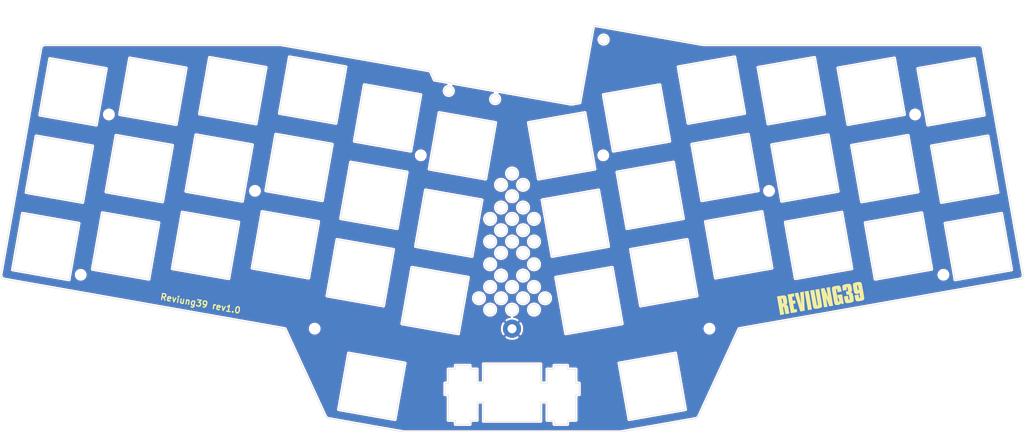
<source format=kicad_pcb>
(kicad_pcb (version 20171130) (host pcbnew "(5.1.2)-1")
  (title_block (title "reviung39 top plate") (date 2019-07-23) (rev rev1.0))
  (layers (0 F.Cu signal) (31 B.Cu signal) (34 B.Paste user) (35 F.Paste user) (36 B.SilkS user) (37 F.SilkS user) (38 B.Mask user) (39 F.Mask user) (44 Edge.Cuts user))
  (net 0 "")
  (net 1 GND)
  (module _reviung-kbd:REVIUNG39-FS-logo (layer F.Cu) (at 219.57 122.27 10)
    (fp_text reference G*** hide)
    (fp_text value LOGO hide)
  )
  (module MountingHole:MountingHole_2.2mm_M2 (layer F.Cu) (at 249.3 116.57)
    (fp_text reference REF** hide)
    (fp_text value MountingHole_2.2mm_M2 hide)
    (pad 1 np_thru_hole circle (at 0 0) (size 2.2 2.2) (drill 2.2) (layers *.Cu *.Mask))
  )
  (module MountingHole:MountingHole_2.2mm_M2 (layer F.Cu) (at 242.44 77.7)
    (fp_text reference REF** hide)
    (fp_text value MountingHole_2.2mm_M2 hide)
    (pad 1 np_thru_hole circle (at 0 0) (size 2.2 2.2) (drill 2.2) (layers *.Cu *.Mask))
  )
  (module MountingHole:MountingHole_2.2mm_M2 (layer F.Cu) (at 207.02 96.23)
    (fp_text reference REF** hide)
    (fp_text value MountingHole_2.2mm_M2 hide)
    (pad 1 np_thru_hole circle (at 0 0) (size 2.2 2.2) (drill 2.2) (layers *.Cu *.Mask))
  )
  (module MountingHole:MountingHole_2.2mm_M2 (layer F.Cu) (at 192.57 129.63)
    (fp_text reference REF** hide)
    (fp_text value MountingHole_2.2mm_M2 hide)
    (pad 1 np_thru_hole circle (at 0 0) (size 2.2 2.2) (drill 2.2) (layers *.Cu *.Mask))
  )
  (module MountingHole:MountingHole_2.2mm_M2 (layer F.Cu) (at 166.82 87.61)
    (fp_text reference REF** hide)
    (fp_text value MountingHole_2.2mm_M2 hide)
    (pad 1 np_thru_hole circle (at 0 0) (size 2.2 2.2) (drill 2.2) (layers *.Cu *.Mask))
  )
  (module MountingHole:MountingHole_2.2mm_M2 (layer F.Cu) (at 122.59 87.6)
    (fp_text reference REF** hide)
    (fp_text value MountingHole_2.2mm_M2 hide)
    (pad 1 np_thru_hole circle (at 0 0) (size 2.2 2.2) (drill 2.2) (layers *.Cu *.Mask))
  )
  (module MountingHole:MountingHole_2.2mm_M2 (layer F.Cu) (at 96.85 129.63)
    (fp_text reference REF** hide)
    (fp_text value MountingHole_2.2mm_M2 hide)
    (pad 1 np_thru_hole circle (at 0 0) (size 2.2 2.2) (drill 2.2) (layers *.Cu *.Mask))
  )
  (module MountingHole:MountingHole_2.2mm_M2 (layer F.Cu) (at 82.38 96.22)
    (fp_text reference REF** hide)
    (fp_text value MountingHole_2.2mm_M2 hide)
    (pad 1 np_thru_hole circle (at 0 0) (size 2.2 2.2) (drill 2.2) (layers *.Cu *.Mask))
  )
  (module MountingHole:MountingHole_2.2mm_M2 (layer F.Cu) (at 40.12 116.57)
    (fp_text reference REF** hide)
    (fp_text value MountingHole_2.2mm_M2 hide)
    (pad 1 np_thru_hole circle (at 0 0) (size 2.2 2.2) (drill 2.2) (layers *.Cu *.Mask))
  )
  (module MountingHole:MountingHole_2.2mm_M2 (layer F.Cu) (at 46.96 77.7)
    (fp_text reference REF** hide)
    (fp_text value MountingHole_2.2mm_M2 hide)
    (pad 1 np_thru_hole circle (at 0 0) (size 2.2 2.2) (drill 2.2) (layers *.Cu *.Mask))
  )
  (module MountingHole:MountingHole_2.2mm_M2_Pad (layer F.Cu) (at 144.7 129.65)
    (fp_text reference H1 hide)
    (fp_text value MountingHole_Pad hide)
    (pad 1 thru_hole circle (at 0 0) (size 4.4 4.4) (drill 2.2) (layers *.Cu *.Mask) (net 1 GND))
  )
  (gr_text "Reviung39 rev1.0" (at 59.3 121.82 -10) (layer F.SilkS) (effects (font (size 1.5 1.5) (thickness 0.3)) (justify left)))
  (gr_curve (pts (xy 257.96316 60.76363) (xy 257.96316 60.76363) (xy 191.064423 60.76335) (xy 191.064423 60.76335)) (layer Edge.Cuts) (width 0.1))
  (gr_curve (pts (xy 168.010338 59.537318) (xy 168.010338 60.144831) (xy 167.517851 60.637318) (xy 166.910338 60.637318)) (layer Edge.Cuts) (width 0.1))
  (gr_curve (pts (xy 140.611469 72.882118) (xy 141.218982 72.882118) (xy 141.711469 73.374605) (xy 141.711469 73.982118)) (layer Edge.Cuts) (width 0.1))
  (gr_line (start 160.186234 142.839697) (end 160.186234 139.430659) (layer Edge.Cuts) (width 0.1))
  (gr_line (start 160.186234 145.621998) (end 161.005709 145.621998) (layer Edge.Cuts) (width 0.1))
  (gr_curve (pts (xy 268.647047 116.645533) (xy 268.647047 116.591424) (xy 268.634214 116.483269) (xy 268.634214 116.483269)) (layer Edge.Cuts) (width 0.1))
  (gr_curve (pts (xy 30.460294 61.620038) (xy 30.460294 61.620038) (xy 20.787736 116.477219) (xy 20.787736 116.477219)) (layer Edge.Cuts) (width 0.1))
  (gr_curve (pts (xy 189.973383 150.846224) (xy 189.973383 150.846224) (xy 199.752609 129.632876) (xy 199.752609 129.632876)) (layer Edge.Cuts) (width 0.1))
  (gr_line (start 151.666437 138.171069) (end 137.75989 138.171069) (layer Edge.Cuts) (width 0.1))
  (gr_curve (pts (xy 267.815574 117.631412) (xy 268.288671 117.552196) (xy 268.647047 117.141132) (xy 268.647047 116.645533)) (layer Edge.Cuts) (width 0.1))
  (gr_curve (pts (xy 189.228273 151.435249) (xy 189.563998 151.377027) (xy 189.841608 151.150167) (xy 189.973383 150.846224)) (layer Edge.Cuts) (width 0.1))
  (gr_curve (pts (xy 88.678726 60.76546) (xy 88.678726 60.76546) (xy 88.669144 60.763049) (xy 88.669144 60.763049)) (layer Edge.Cuts) (width 0.1))
  (gr_line (start 161.005709 142.839697) (end 160.186234 142.839697) (layer Edge.Cuts) (width 0.1))
  (gr_curve (pts (xy 199.752609 129.632876) (xy 199.752609 129.632876) (xy 267.815574 117.631412) (xy 267.815574 117.631412)) (layer Edge.Cuts) (width 0.1))
  (gr_line (start 153.181282 151.849152) (end 154.894743 151.849152) (layer Edge.Cuts) (width 0.1))
  (gr_line (start 161.005709 145.621998) (end 161.005709 142.839697) (layer Edge.Cuts) (width 0.1))
  (gr_curve (pts (xy 191.063605 60.763931) (xy 191.063605 60.763931) (xy 164.490076 56.078128) (xy 164.490076 56.078128)) (layer Edge.Cuts) (width 0.1))
  (gr_curve (pts (xy 130.465528 71.982118) (xy 130.465528 72.589631) (xy 129.973041 73.082118) (xy 129.365528 73.082118)) (layer Edge.Cuts) (width 0.1))
  (gr_line (start 158.172733 152.823603) (end 158.172733 151.849152) (layer Edge.Cuts) (width 0.1))
  (gr_line (start 154.894743 151.849152) (end 154.894743 152.823603) (layer Edge.Cuts) (width 0.1))
  (gr_curve (pts (xy 100.178325 151.432471) (xy 100.178325 151.432471) (xy 118.436233 154.652624) (xy 118.436233 154.652624)) (layer Edge.Cuts) (width 0.1))
  (gr_curve (pts (xy 20.787736 116.477219) (xy 20.787736 116.477219) (xy 20.774322 116.5908) (xy 20.774322 116.647536)) (layer Edge.Cuts) (width 0.1))
  (gr_curve (pts (xy 170.984146 154.652624) (xy 170.984146 154.652624) (xy 189.228273 151.435249) (xy 189.228273 151.435249)) (layer Edge.Cuts) (width 0.1))
  (gr_line (start 158.172733 139.430659) (end 158.172733 138.517793) (layer Edge.Cuts) (width 0.1))
  (gr_curve (pts (xy 118.436233 154.652624) (xy 118.436233 154.652624) (xy 170.984146 154.652624) (xy 170.984146 154.652624)) (layer Edge.Cuts) (width 0.1))
  (gr_line (start 158.172733 138.517793) (end 154.894743 138.517793) (layer Edge.Cuts) (width 0.1))
  (gr_curve (pts (xy 139.511469 73.982118) (xy 139.511469 73.374605) (xy 140.003956 72.882118) (xy 140.611469 72.882118)) (layer Edge.Cuts) (width 0.1))
  (gr_line (start 160.186234 139.430659) (end 158.172733 139.430659) (layer Edge.Cuts) (width 0.1))
  (gr_curve (pts (xy 21.604784 117.630443) (xy 21.604784 117.630443) (xy 21.605559 117.631541) (xy 21.605559 117.631541)) (layer Edge.Cuts) (width 0.1))
  (gr_curve (pts (xy 124.8791 67.148576) (xy 124.8791 67.148576) (xy 88.678726 60.76546) (xy 88.678726 60.76546)) (layer Edge.Cuts) (width 0.1))
  (gr_line (start 154.894743 138.517793) (end 154.894743 139.430659) (layer Edge.Cuts) (width 0.1))
  (gr_curve (pts (xy 128.265528 71.982118) (xy 128.265528 71.374605) (xy 128.758014 70.882118) (xy 129.365528 70.882118)) (layer Edge.Cuts) (width 0.1))
  (gr_line (start 153.181282 139.430659) (end 153.181282 142.839697) (layer Edge.Cuts) (width 0.1))
  (gr_curve (pts (xy 99.461207 150.87906) (xy 99.59576 151.164938) (xy 99.858793 151.372591) (xy 100.178325 151.432471)) (layer Edge.Cuts) (width 0.1))
  (gr_curve (pts (xy 89.668308 129.633845) (xy 89.668308 129.633845) (xy 99.461207 150.87906) (xy 99.461207 150.87906)) (layer Edge.Cuts) (width 0.1))
  (gr_curve (pts (xy 191.064423 60.76335) (xy 191.064423 60.76335) (xy 191.063605 60.763931) (xy 191.063605 60.763931)) (layer Edge.Cuts) (width 0.1))
  (gr_curve (pts (xy 20.774322 116.647536) (xy 20.774322 117.141756) (xy 21.133624 117.54957) (xy 21.604784 117.630443)) (layer Edge.Cuts) (width 0.1))
  (gr_curve (pts (xy 88.669144 60.763049) (xy 88.669144 60.763049) (xy 31.447292 60.76307) (xy 31.447292 60.76307)) (layer Edge.Cuts) (width 0.1))
  (gr_curve (pts (xy 166.910338 58.437318) (xy 167.517851 58.437318) (xy 168.010338 58.929805) (xy 168.010338 59.537318)) (layer Edge.Cuts) (width 0.1))
  (gr_curve (pts (xy 125.857098 69.342844) (xy 125.857098 69.342844) (xy 124.8791 67.148576) (xy 124.8791 67.148576)) (layer Edge.Cuts) (width 0.1))
  (gr_curve (pts (xy 258.956446 61.594307) (xy 258.878156 61.12009) (xy 258.459534 60.76363) (xy 257.96316 60.76363)) (layer Edge.Cuts) (width 0.1))
  (gr_curve (pts (xy 140.611469 75.082118) (xy 140.003956 75.082118) (xy 139.511469 74.589631) (xy 139.511469 73.982118)) (layer Edge.Cuts) (width 0.1))
  (gr_curve (pts (xy 21.605559 117.631541) (xy 21.605559 117.631541) (xy 89.668308 129.633845) (xy 89.668308 129.633845)) (layer Edge.Cuts) (width 0.1))
  (gr_curve (pts (xy 159.116093 75.21348) (xy 159.116093 75.21348) (xy 125.857098 69.342844) (xy 125.857098 69.342844)) (layer Edge.Cuts) (width 0.1))
  (gr_curve (pts (xy 161.150982 74.854673) (xy 161.150982 74.854673) (xy 159.116093 75.21348) (xy 159.116093 75.21348)) (layer Edge.Cuts) (width 0.1))
  (gr_curve (pts (xy 164.490076 56.078128) (xy 164.490076 56.078128) (xy 161.150982 74.854673) (xy 161.150982 74.854673)) (layer Edge.Cuts) (width 0.1))
  (gr_line (start 158.172733 151.849152) (end 160.186234 151.849152) (layer Edge.Cuts) (width 0.1))
  (gr_line (start 153.181282 147.409984) (end 153.181282 151.849152) (layer Edge.Cuts) (width 0.1))
  (gr_line (start 154.894743 152.823603) (end 158.172733 152.823603) (layer Edge.Cuts) (width 0.1))
  (gr_curve (pts (xy 268.634214 116.483269) (xy 268.634214 116.483269) (xy 258.956446 61.594307) (xy 258.956446 61.594307)) (layer Edge.Cuts) (width 0.1))
  (gr_curve (pts (xy 129.365528 73.082118) (xy 128.758014 73.082118) (xy 128.265528 72.589631) (xy 128.265528 71.982118)) (layer Edge.Cuts) (width 0.1))
  (gr_line (start 153.181282 142.839697) (end 151.666437 142.839697) (layer Edge.Cuts) (width 0.1))
  (gr_curve (pts (xy 165.810338 59.537318) (xy 165.810338 58.929805) (xy 166.302824 58.437318) (xy 166.910338 58.437318)) (layer Edge.Cuts) (width 0.1))
  (gr_curve (pts (xy 166.910338 60.637318) (xy 166.302824 60.637318) (xy 165.810338 60.144831) (xy 165.810338 59.537318)) (layer Edge.Cuts) (width 0.1))
  (gr_curve (pts (xy 141.711469 73.982118) (xy 141.711469 74.589631) (xy 141.218982 75.082118) (xy 140.611469 75.082118)) (layer Edge.Cuts) (width 0.1))
  (gr_curve (pts (xy 129.365528 70.882118) (xy 129.973041 70.882118) (xy 130.465528 71.374605) (xy 130.465528 71.982118)) (layer Edge.Cuts) (width 0.1))
  (gr_line (start 151.666437 147.409984) (end 153.181282 147.409984) (layer Edge.Cuts) (width 0.1))
  (gr_line (start 154.894743 139.430659) (end 153.181282 139.430659) (layer Edge.Cuts) (width 0.1))
  (gr_line (start 137.75989 152.078609) (end 151.666437 152.078609) (layer Edge.Cuts) (width 0.1))
  (gr_line (start 160.186234 151.849152) (end 160.186234 145.621998) (layer Edge.Cuts) (width 0.1))
  (gr_line (start 151.666437 142.839697) (end 151.666437 138.171069) (layer Edge.Cuts) (width 0.1))
  (gr_line (start 151.666437 152.078609) (end 151.666437 147.409984) (layer Edge.Cuts) (width 0.1))
  (gr_curve (pts (xy 31.447292 60.76307) (xy 30.943533 60.76307) (xy 30.529648 61.135464) (xy 30.460294 61.620038)) (layer Edge.Cuts) (width 0.1))
  (gr_line (start 172.565418 105.352743) (end 186.254246 102.939038) (layer Edge.Cuts) (width 0.1))
  (gr_line (start 201.993746 82.49643) (end 188.304918 84.910135) (layer Edge.Cuts) (width 0.1))
  (gr_line (start 198.685755 63.735841) (end 184.996927 66.149546) (layer Edge.Cuts) (width 0.1))
  (gr_line (start 205.301738 101.257019) (end 191.612909 103.670724) (layer Edge.Cuts) (width 0.1))
  (gr_line (start 190.718623 98.598964) (end 204.407451 96.185259) (layer Edge.Cuts) (width 0.1))
  (gr_line (start 186.758985 149.248421) (end 173.070159 151.662141) (layer Edge.Cuts) (width 0.1))
  (gr_line (start 162.379729 77.24444) (end 148.6909 79.658144) (layer Edge.Cuts) (width 0.1))
  (gr_line (start 201.09946 77.42467) (end 198.685755 63.735841) (layer Edge.Cuts) (width 0.1))
  (gr_line (start 148.6909 79.658144) (end 151.104605 93.346973) (layer Edge.Cuts) (width 0.1))
  (gr_line (start 187.148533 108.010799) (end 173.459704 110.424504) (layer Edge.Cuts) (width 0.1))
  (gr_line (start 180.53255 70.489621) (end 166.843721 72.903326) (layer Edge.Cuts) (width 0.1))
  (gr_line (start 183.840541 89.25021) (end 170.151713 91.663915) (layer Edge.Cuts) (width 0.1))
  (gr_line (start 137.75989 147.409984) (end 137.75989 152.078609) (layer Edge.Cuts) (width 0.1))
  (gr_line (start 134.531584 152.823603) (end 134.531584 151.849152) (layer Edge.Cuts) (width 0.1))
  (gr_line (start 130.952953 152.823603) (end 134.531584 152.823603) (layer Edge.Cuts) (width 0.1))
  (gr_line (start 184.345265 135.559595) (end 186.758985 149.248421) (layer Edge.Cuts) (width 0.1))
  (gr_line (start 171.409416 128.454446) (end 168.995711 114.765617) (layer Edge.Cuts) (width 0.1))
  (gr_line (start 182.946255 84.17845) (end 180.53255 70.489621) (layer Edge.Cuts) (width 0.1))
  (gr_line (start 128.419987 145.621998) (end 129.239462 145.621998) (layer Edge.Cuts) (width 0.1))
  (gr_line (start 136.245076 142.839697) (end 136.245076 139.430659) (layer Edge.Cuts) (width 0.1))
  (gr_line (start 194.026614 117.359553) (end 207.715443 114.945848) (layer Edge.Cuts) (width 0.1))
  (gr_line (start 137.75989 142.839697) (end 136.245076 142.839697) (layer Edge.Cuts) (width 0.1))
  (gr_line (start 134.531584 139.430659) (end 134.531584 138.517793) (layer Edge.Cuts) (width 0.1))
  (gr_line (start 164.793433 90.933268) (end 162.379729 77.24444) (layer Edge.Cuts) (width 0.1))
  (gr_line (start 137.75989 138.171069) (end 137.75989 142.839697) (layer Edge.Cuts) (width 0.1))
  (gr_line (start 151.998891 98.418733) (end 154.412596 112.107562) (layer Edge.Cuts) (width 0.1))
  (gr_line (start 157.720587 130.868151) (end 171.409416 128.454446) (layer Edge.Cuts) (width 0.1))
  (gr_line (start 168.101425 109.693857) (end 165.68772 96.005028) (layer Edge.Cuts) (width 0.1))
  (gr_line (start 170.151713 91.663915) (end 172.565418 105.352743) (layer Edge.Cuts) (width 0.1))
  (gr_line (start 129.239462 151.849152) (end 130.952953 151.849152) (layer Edge.Cuts) (width 0.1))
  (gr_line (start 129.239462 142.839697) (end 128.419987 142.839697) (layer Edge.Cuts) (width 0.1))
  (gr_line (start 129.239462 139.430659) (end 129.239462 142.839697) (layer Edge.Cuts) (width 0.1))
  (gr_line (start 130.952953 139.430659) (end 129.239462 139.430659) (layer Edge.Cuts) (width 0.1))
  (gr_line (start 204.407451 96.185259) (end 201.993746 82.49643) (layer Edge.Cuts) (width 0.1))
  (gr_line (start 130.952953 138.517793) (end 130.952953 139.430659) (layer Edge.Cuts) (width 0.1))
  (gr_line (start 105.070159 135.559595) (end 102.656439 149.248421) (layer Edge.Cuts) (width 0.1))
  (gr_line (start 168.995711 114.765617) (end 155.306883 117.179322) (layer Edge.Cuts) (width 0.1))
  (gr_line (start 154.412596 112.107562) (end 168.101425 109.693857) (layer Edge.Cuts) (width 0.1))
  (gr_line (start 166.843721 72.903326) (end 169.257426 86.592154) (layer Edge.Cuts) (width 0.1))
  (gr_line (start 188.304918 84.910135) (end 190.718623 98.598964) (layer Edge.Cuts) (width 0.1))
  (gr_line (start 151.104605 93.346973) (end 164.793433 90.933268) (layer Edge.Cuts) (width 0.1))
  (gr_line (start 155.306883 117.179322) (end 157.720587 130.868151) (layer Edge.Cuts) (width 0.1))
  (gr_line (start 173.459704 110.424504) (end 175.873409 124.113332) (layer Edge.Cuts) (width 0.1))
  (gr_line (start 134.531584 138.517793) (end 130.952953 138.517793) (layer Edge.Cuts) (width 0.1))
  (gr_line (start 207.715443 114.945848) (end 205.301738 101.257019) (layer Edge.Cuts) (width 0.1))
  (gr_line (start 118.758985 137.973315) (end 105.070159 135.559595) (layer Edge.Cuts) (width 0.1))
  (gr_line (start 136.245076 147.409984) (end 137.75989 147.409984) (layer Edge.Cuts) (width 0.1))
  (gr_line (start 134.531584 151.849152) (end 136.245076 151.849152) (layer Edge.Cuts) (width 0.1))
  (gr_line (start 130.952953 151.849152) (end 130.952953 152.823603) (layer Edge.Cuts) (width 0.1))
  (gr_line (start 184.996927 66.149546) (end 187.410631 79.838375) (layer Edge.Cuts) (width 0.1))
  (gr_line (start 186.254246 102.939038) (end 183.840541 89.25021) (layer Edge.Cuts) (width 0.1))
  (gr_line (start 173.070159 151.662141) (end 170.656439 137.973315) (layer Edge.Cuts) (width 0.1))
  (gr_line (start 102.656439 149.248421) (end 116.345265 151.662141) (layer Edge.Cuts) (width 0.1))
  (gr_line (start 175.873409 124.113332) (end 189.562237 121.699627) (layer Edge.Cuts) (width 0.1))
  (gr_line (start 191.612909 103.670724) (end 194.026614 117.359553) (layer Edge.Cuts) (width 0.1))
  (gr_line (start 129.239462 145.621998) (end 129.239462 151.849152) (layer Edge.Cuts) (width 0.1))
  (gr_line (start 169.257426 86.592154) (end 182.946255 84.17845) (layer Edge.Cuts) (width 0.1))
  (gr_line (start 136.245076 151.849152) (end 136.245076 147.409984) (layer Edge.Cuts) (width 0.1))
  (gr_line (start 128.419987 142.839697) (end 128.419987 145.621998) (layer Edge.Cuts) (width 0.1))
  (gr_line (start 136.245076 139.430659) (end 134.531584 139.430659) (layer Edge.Cuts) (width 0.1))
  (gr_line (start 165.68772 96.005028) (end 151.998891 98.418733) (layer Edge.Cuts) (width 0.1))
  (gr_line (start 170.656439 137.973315) (end 184.345265 135.559595) (layer Edge.Cuts) (width 0.1))
  (gr_line (start 116.345265 151.662141) (end 118.758985 137.973315) (layer Edge.Cuts) (width 0.1))
  (gr_line (start 189.562237 121.699627) (end 187.148533 108.010799) (layer Edge.Cuts) (width 0.1))
  (gr_line (start 122.572095 72.90338) (end 120.158385 86.592207) (layer Edge.Cuts) (width 0.1))
  (gr_line (start 131.695209 130.868208) (end 118.006381 128.454498) (layer Edge.Cuts) (width 0.1))
  (gr_line (start 220.467433 77.562467) (end 218.053728 63.873638) (layer Edge.Cuts) (width 0.1))
  (gr_line (start 226.14696 80.115008) (end 239.835789 77.701303) (layer Edge.Cuts) (width 0.1))
  (gr_line (start 239.835789 77.701303) (end 237.422084 64.012474) (layer Edge.Cuts) (width 0.1))
  (gr_line (start 252.131299 117.775022) (end 265.820128 115.361317) (layer Edge.Cuts) (width 0.1))
  (gr_line (start 113.54239 124.113383) (end 99.853562 121.699673) (layer Edge.Cuts) (width 0.1))
  (gr_line (start 262.512136 96.600728) (end 260.098431 82.911899) (layer Edge.Cuts) (width 0.1))
  (gr_line (start 246.409603 85.325604) (end 248.823308 99.014433) (layer Edge.Cuts) (width 0.1))
  (gr_line (start 256.79044 64.15131) (end 243.101612 66.565015) (layer Edge.Cuts) (width 0.1))
  (gr_line (start 260.098431 82.911899) (end 246.409603 85.325604) (layer Edge.Cuts) (width 0.1))
  (gr_line (start 105.575269 89.250258) (end 119.264097 91.663967) (layer Edge.Cuts) (width 0.1))
  (gr_line (start 207.67289 85.047932) (end 210.086595 98.736761) (layer Edge.Cuts) (width 0.1))
  (gr_line (start 245.515316 80.253844) (end 259.204145 77.840139) (layer Edge.Cuts) (width 0.1))
  (gr_line (start 118.006381 128.454498) (end 120.420091 114.76567) (layer Edge.Cuts) (width 0.1))
  (gr_line (start 99.853562 121.699673) (end 102.267271 108.010845) (layer Edge.Cuts) (width 0.1))
  (gr_line (start 204.364899 66.287343) (end 206.778604 79.976172) (layer Edge.Cuts) (width 0.1))
  (gr_line (start 97.800888 103.668649) (end 95.387179 117.357477) (layer Edge.Cuts) (width 0.1))
  (gr_line (start 243.101612 66.565015) (end 245.515316 80.253844) (layer Edge.Cuts) (width 0.1))
  (gr_line (start 120.420091 114.76567) (end 134.108918 117.17938) (layer Edge.Cuts) (width 0.1))
  (gr_line (start 138.311204 93.347032) (end 124.622376 90.933323) (layer Edge.Cuts) (width 0.1))
  (gr_line (start 115.956099 110.424555) (end 113.54239 124.113383) (layer Edge.Cuts) (width 0.1))
  (gr_line (start 248.823308 99.014433) (end 262.512136 96.600728) (layer Edge.Cuts) (width 0.1))
  (gr_line (start 206.778604 79.976172) (end 220.467433 77.562467) (layer Edge.Cuts) (width 0.1))
  (gr_line (start 127.036086 77.244495) (end 140.724914 79.658204) (layer Edge.Cuts) (width 0.1))
  (gr_line (start 81.698351 114.943767) (end 84.112061 101.254939) (layer Edge.Cuts) (width 0.1))
  (gr_line (start 102.267271 108.010845) (end 115.956099 110.424555) (layer Edge.Cuts) (width 0.1))
  (gr_line (start 221.361719 82.634227) (end 207.67289 85.047932) (layer Edge.Cuts) (width 0.1))
  (gr_line (start 84.112061 101.254939) (end 97.800888 103.668649) (layer Edge.Cuts) (width 0.1))
  (gr_line (start 230.349238 103.947357) (end 232.762943 117.636186) (layer Edge.Cuts) (width 0.1))
  (gr_line (start 244.038066 101.533652) (end 230.349238 103.947357) (layer Edge.Cuts) (width 0.1))
  (gr_line (start 246.451771 115.222481) (end 244.038066 101.533652) (layer Edge.Cuts) (width 0.1))
  (gr_line (start 227.041247 85.186768) (end 229.454952 98.875597) (layer Edge.Cuts) (width 0.1))
  (gr_line (start 240.730075 82.773063) (end 227.041247 85.186768) (layer Edge.Cuts) (width 0.1))
  (gr_line (start 259.204145 77.840139) (end 256.79044 64.15131) (layer Edge.Cuts) (width 0.1))
  (gr_line (start 121.314379 109.69391) (end 123.728088 96.005082) (layer Edge.Cuts) (width 0.1))
  (gr_line (start 249.717594 104.086193) (end 252.131299 117.775022) (layer Edge.Cuts) (width 0.1))
  (gr_line (start 123.728088 96.005082) (end 137.416916 98.418792) (layer Edge.Cuts) (width 0.1))
  (gr_line (start 103.16156 102.939085) (end 105.575269 89.250258) (layer Edge.Cuts) (width 0.1))
  (gr_line (start 120.158385 86.592207) (end 106.469557 84.178498) (layer Edge.Cuts) (width 0.1))
  (gr_line (start 229.454952 98.875597) (end 243.14378 96.461892) (layer Edge.Cuts) (width 0.1))
  (gr_line (start 106.469557 84.178498) (end 108.883267 70.48967) (layer Edge.Cuts) (width 0.1))
  (gr_line (start 137.416916 98.418792) (end 135.003206 112.10762) (layer Edge.Cuts) (width 0.1))
  (gr_line (start 140.724914 79.658204) (end 138.311204 93.347032) (layer Edge.Cuts) (width 0.1))
  (gr_line (start 135.003206 112.10762) (end 121.314379 109.69391) (layer Edge.Cuts) (width 0.1))
  (gr_line (start 116.850387 105.352795) (end 103.16156 102.939085) (layer Edge.Cuts) (width 0.1))
  (gr_line (start 187.410631 79.838375) (end 201.09946 77.42467) (layer Edge.Cuts) (width 0.1))
  (gr_line (start 134.108918 117.17938) (end 131.695209 130.868208) (layer Edge.Cuts) (width 0.1))
  (gr_line (start 210.980882 103.808521) (end 213.394587 117.49735) (layer Edge.Cuts) (width 0.1))
  (gr_line (start 224.66971 101.394816) (end 210.980882 103.808521) (layer Edge.Cuts) (width 0.1))
  (gr_line (start 223.733255 66.426179) (end 226.14696 80.115008) (layer Edge.Cuts) (width 0.1))
  (gr_line (start 119.264097 91.663967) (end 116.850387 105.352795) (layer Edge.Cuts) (width 0.1))
  (gr_line (start 108.883267 70.48967) (end 122.572095 72.90338) (layer Edge.Cuts) (width 0.1))
  (gr_line (start 227.083415 115.083645) (end 224.66971 101.394816) (layer Edge.Cuts) (width 0.1))
  (gr_line (start 263.406423 101.672488) (end 249.717594 104.086193) (layer Edge.Cuts) (width 0.1))
  (gr_line (start 213.394587 117.49735) (end 227.083415 115.083645) (layer Edge.Cuts) (width 0.1))
  (gr_line (start 223.775424 96.323056) (end 221.361719 82.634227) (layer Edge.Cuts) (width 0.1))
  (gr_line (start 232.762943 117.636186) (end 246.451771 115.222481) (layer Edge.Cuts) (width 0.1))
  (gr_line (start 237.422084 64.012474) (end 223.733255 66.426179) (layer Edge.Cuts) (width 0.1))
  (gr_line (start 243.14378 96.461892) (end 240.730075 82.773063) (layer Edge.Cuts) (width 0.1))
  (gr_line (start 265.820128 115.361317) (end 263.406423 101.672488) (layer Edge.Cuts) (width 0.1))
  (gr_line (start 210.086595 98.736761) (end 223.775424 96.323056) (layer Edge.Cuts) (width 0.1))
  (gr_line (start 218.053728 63.873638) (end 204.364899 66.287343) (layer Edge.Cuts) (width 0.1))
  (gr_line (start 124.622376 90.933323) (end 127.036086 77.244495) (layer Edge.Cuts) (width 0.1))
  (gr_curve (pts (xy 148.701502 103.01603) (xy 148.701502 102.282173) (xy 149.296411 101.687264) (xy 150.030267 101.687264)) (layer Edge.Cuts) (width 0.1))
  (gr_curve (pts (xy 150.030267 104.344795) (xy 149.296411 104.344795) (xy 148.701502 103.749886) (xy 148.701502 103.01603)) (layer Edge.Cuts) (width 0.1))
  (gr_curve (pts (xy 143.385316 92.014296) (xy 143.385316 91.280439) (xy 143.980224 90.685531) (xy 144.714081 90.685531)) (layer Edge.Cuts) (width 0.1))
  (gr_curve (pts (xy 144.714081 90.685531) (xy 145.447938 90.685531) (xy 146.042846 91.280439) (xy 146.042846 92.014296)) (layer Edge.Cuts) (width 0.1))
  (gr_curve (pts (xy 143.385316 108.516896) (xy 143.385316 107.783039) (xy 143.980224 107.188131) (xy 144.714081 107.188131)) (layer Edge.Cuts) (width 0.1))
  (gr_curve (pts (xy 146.042846 119.51863) (xy 146.042846 120.252487) (xy 145.447938 120.847395) (xy 144.714081 120.847395)) (layer Edge.Cuts) (width 0.1))
  (gr_curve (pts (xy 144.714081 118.189864) (xy 145.447938 118.189864) (xy 146.042846 118.784773) (xy 146.042846 119.51863)) (layer Edge.Cuts) (width 0.1))
  (gr_curve (pts (xy 146.042846 125.019496) (xy 146.042846 125.753353) (xy 145.447938 126.348262) (xy 144.714081 126.348262)) (layer Edge.Cuts) (width 0.1))
  (gr_curve (pts (xy 143.385316 125.019496) (xy 143.385316 124.28564) (xy 143.980224 123.690731) (xy 144.714081 123.690731)) (layer Edge.Cuts) (width 0.1))
  (gr_curve (pts (xy 144.714081 101.687264) (xy 145.447938 101.687264) (xy 146.042846 102.282173) (xy 146.042846 103.01603)) (layer Edge.Cuts) (width 0.1))
  (gr_curve (pts (xy 138.066891 108.516896) (xy 138.066891 107.783039) (xy 138.6618 107.188131) (xy 139.395656 107.188131)) (layer Edge.Cuts) (width 0.1))
  (gr_curve (pts (xy 143.385316 119.51863) (xy 143.385316 118.784773) (xy 143.980224 118.189864) (xy 144.714081 118.189864)) (layer Edge.Cuts) (width 0.1))
  (gr_curve (pts (xy 139.395656 109.845662) (xy 138.6618 109.845662) (xy 138.066891 109.250753) (xy 138.066891 108.516896)) (layer Edge.Cuts) (width 0.1))
  (gr_curve (pts (xy 144.714081 104.344795) (xy 143.980224 104.344795) (xy 143.385316 103.749886) (xy 143.385316 103.01603)) (layer Edge.Cuts) (width 0.1))
  (gr_curve (pts (xy 150.030267 120.847395) (xy 149.296411 120.847395) (xy 148.701502 120.252487) (xy 148.701502 119.51863)) (layer Edge.Cuts) (width 0.1))
  (gr_curve (pts (xy 150.030267 109.845662) (xy 149.296411 109.845662) (xy 148.701502 109.250753) (xy 148.701502 108.516896)) (layer Edge.Cuts) (width 0.1))
  (gr_curve (pts (xy 140.724422 108.516896) (xy 140.724422 109.250753) (xy 140.129513 109.845662) (xy 139.395656 109.845662)) (layer Edge.Cuts) (width 0.1))
  (gr_curve (pts (xy 139.395656 101.687264) (xy 140.129513 101.687264) (xy 140.724422 102.282173) (xy 140.724422 103.01603)) (layer Edge.Cuts) (width 0.1))
  (gr_curve (pts (xy 148.701502 114.017763) (xy 148.701502 113.283906) (xy 149.296411 112.688998) (xy 150.030267 112.688998)) (layer Edge.Cuts) (width 0.1))
  (gr_curve (pts (xy 144.714081 93.343061) (xy 143.980224 93.343061) (xy 143.385316 92.748153) (xy 143.385316 92.014296)) (layer Edge.Cuts) (width 0.1))
  (gr_curve (pts (xy 144.714081 120.847395) (xy 143.980224 120.847395) (xy 143.385316 120.252487) (xy 143.385316 119.51863)) (layer Edge.Cuts) (width 0.1))
  (gr_curve (pts (xy 144.714081 109.845662) (xy 143.980224 109.845662) (xy 143.385316 109.250753) (xy 143.385316 108.516896)) (layer Edge.Cuts) (width 0.1))
  (gr_curve (pts (xy 138.066891 103.01603) (xy 138.066891 102.282173) (xy 138.6618 101.687264) (xy 139.395656 101.687264)) (layer Edge.Cuts) (width 0.1))
  (gr_curve (pts (xy 144.714081 126.348262) (xy 143.980224 126.348262) (xy 143.385316 125.753353) (xy 143.385316 125.019496)) (layer Edge.Cuts) (width 0.1))
  (gr_curve (pts (xy 146.042846 108.516896) (xy 146.042846 109.250753) (xy 145.447938 109.845662) (xy 144.714081 109.845662)) (layer Edge.Cuts) (width 0.1))
  (gr_curve (pts (xy 140.724422 103.01603) (xy 140.724422 103.749886) (xy 140.129513 104.344795) (xy 139.395656 104.344795)) (layer Edge.Cuts) (width 0.1))
  (gr_curve (pts (xy 148.701502 125.019496) (xy 148.701502 124.28564) (xy 149.296411 123.690731) (xy 150.030267 123.690731)) (layer Edge.Cuts) (width 0.1))
  (gr_curve (pts (xy 150.030267 112.688998) (xy 150.764124 112.688998) (xy 151.359033 113.283906) (xy 151.359033 114.017763)) (layer Edge.Cuts) (width 0.1))
  (gr_curve (pts (xy 150.030267 115.346528) (xy 149.296411 115.346528) (xy 148.701502 114.75162) (xy 148.701502 114.017763)) (layer Edge.Cuts) (width 0.1))
  (gr_curve (pts (xy 144.714081 96.186397) (xy 145.447938 96.186397) (xy 146.042846 96.781306) (xy 146.042846 97.515163)) (layer Edge.Cuts) (width 0.1))
  (gr_curve (pts (xy 151.359033 103.01603) (xy 151.359033 103.749886) (xy 150.764124 104.344795) (xy 150.030267 104.344795)) (layer Edge.Cuts) (width 0.1))
  (gr_curve (pts (xy 148.701502 108.516896) (xy 148.701502 107.783039) (xy 149.296411 107.188131) (xy 150.030267 107.188131)) (layer Edge.Cuts) (width 0.1))
  (gr_curve (pts (xy 139.395656 104.344795) (xy 138.6618 104.344795) (xy 138.066891 103.749886) (xy 138.066891 103.01603)) (layer Edge.Cuts) (width 0.1))
  (gr_curve (pts (xy 150.030267 123.690731) (xy 150.764124 123.690731) (xy 151.359033 124.28564) (xy 151.359033 125.019496)) (layer Edge.Cuts) (width 0.1))
  (gr_curve (pts (xy 143.385316 97.515163) (xy 143.385316 96.781306) (xy 143.980224 96.186397) (xy 144.714081 96.186397)) (layer Edge.Cuts) (width 0.1))
  (gr_curve (pts (xy 143.385316 103.01603) (xy 143.385316 102.282173) (xy 143.980224 101.687264) (xy 144.714081 101.687264)) (layer Edge.Cuts) (width 0.1))
  (gr_curve (pts (xy 151.359033 119.51863) (xy 151.359033 120.252487) (xy 150.764124 120.847395) (xy 150.030267 120.847395)) (layer Edge.Cuts) (width 0.1))
  (gr_curve (pts (xy 146.042846 103.01603) (xy 146.042846 103.749886) (xy 145.447938 104.344795) (xy 144.714081 104.344795)) (layer Edge.Cuts) (width 0.1))
  (gr_curve (pts (xy 144.714081 98.843928) (xy 143.980224 98.843928) (xy 143.385316 98.24902) (xy 143.385316 97.515163)) (layer Edge.Cuts) (width 0.1))
  (gr_curve (pts (xy 150.030267 107.188131) (xy 150.764124 107.188131) (xy 151.359033 107.783039) (xy 151.359033 108.516896)) (layer Edge.Cuts) (width 0.1))
  (gr_curve (pts (xy 144.714081 123.690731) (xy 145.447938 123.690731) (xy 146.042846 124.28564) (xy 146.042846 125.019496)) (layer Edge.Cuts) (width 0.1))
  (gr_curve (pts (xy 150.030267 126.348262) (xy 149.296411 126.348262) (xy 148.701502 125.753353) (xy 148.701502 125.019496)) (layer Edge.Cuts) (width 0.1))
  (gr_curve (pts (xy 151.359033 125.019496) (xy 151.359033 125.753353) (xy 150.764124 126.348262) (xy 150.030267 126.348262)) (layer Edge.Cuts) (width 0.1))
  (gr_curve (pts (xy 148.701502 119.51863) (xy 148.701502 118.784773) (xy 149.296411 118.189864) (xy 150.030267 118.189864)) (layer Edge.Cuts) (width 0.1))
  (gr_curve (pts (xy 146.042846 92.014296) (xy 146.042846 92.748153) (xy 145.447938 93.343061) (xy 144.714081 93.343061)) (layer Edge.Cuts) (width 0.1))
  (gr_curve (pts (xy 144.714081 107.188131) (xy 145.447938 107.188131) (xy 146.042846 107.783039) (xy 146.042846 108.516896)) (layer Edge.Cuts) (width 0.1))
  (gr_curve (pts (xy 146.042846 97.515163) (xy 146.042846 98.24902) (xy 145.447938 98.843928) (xy 144.714081 98.843928)) (layer Edge.Cuts) (width 0.1))
  (gr_curve (pts (xy 150.030267 118.189864) (xy 150.764124 118.189864) (xy 151.359033 118.784773) (xy 151.359033 119.51863)) (layer Edge.Cuts) (width 0.1))
  (gr_curve (pts (xy 151.359033 114.017763) (xy 151.359033 114.75162) (xy 150.764124 115.346528) (xy 150.030267 115.346528)) (layer Edge.Cuts) (width 0.1))
  (gr_curve (pts (xy 151.359033 108.516896) (xy 151.359033 109.250753) (xy 150.764124 109.845662) (xy 150.030267 109.845662)) (layer Edge.Cuts) (width 0.1))
  (gr_curve (pts (xy 150.030267 101.687264) (xy 150.764124 101.687264) (xy 151.359033 102.282173) (xy 151.359033 103.01603)) (layer Edge.Cuts) (width 0.1))
  (gr_line (start 62.332386 115.083677) (end 64.746096 101.39485) (layer Edge.Cuts) (width 0.1))
  (gr_line (start 26.903672 96.600748) (end 29.317381 82.911921) (layer Edge.Cuts) (width 0.1))
  (gr_line (start 32.625379 64.151333) (end 46.314207 66.565043) (layer Edge.Cuts) (width 0.1))
  (gr_line (start 85.050919 66.287384) (end 82.63721 79.976212) (layer Edge.Cuts) (width 0.1))
  (gr_curve (pts (xy 135.363073 122.262102) (xy 135.363073 121.528245) (xy 135.957982 120.933336) (xy 136.691838 120.933336)) (layer Edge.Cuts) (width 0.1))
  (gr_line (start 45.37774 101.533679) (end 59.066568 103.947389) (layer Edge.Cuts) (width 0.1))
  (gr_line (start 26.009383 101.672508) (end 39.698211 104.086218) (layer Edge.Cuts) (width 0.1))
  (gr_line (start 46.314207 66.565043) (end 43.900497 80.25387) (layer Edge.Cuts) (width 0.1))
  (gr_line (start 30.211669 77.840161) (end 32.625379 64.151333) (layer Edge.Cuts) (width 0.1))
  (gr_line (start 68.054094 82.634262) (end 81.742922 85.047972) (layer Edge.Cuts) (width 0.1))
  (gr_line (start 39.698211 104.086218) (end 37.284502 117.775046) (layer Edge.Cuts) (width 0.1))
  (gr_curve (pts (xy 136.691838 123.590867) (xy 135.957982 123.590867) (xy 135.363073 122.995959) (xy 135.363073 122.262102)) (layer Edge.Cuts) (width 0.1))
  (gr_line (start 95.387179 117.357477) (end 81.698351 114.943767) (layer Edge.Cuts) (width 0.1))
  (gr_line (start 87.420059 82.494352) (end 101.108886 84.908061) (layer Edge.Cuts) (width 0.1))
  (gr_line (start 85.006349 96.183179) (end 87.420059 82.494352) (layer Edge.Cuts) (width 0.1))
  (gr_line (start 90.728056 63.733764) (end 104.416884 66.147474) (layer Edge.Cuts) (width 0.1))
  (gr_line (start 102.003174 79.836301) (end 88.314347 77.422592) (layer Edge.Cuts) (width 0.1))
  (gr_line (start 79.329212 98.736799) (end 65.640384 96.32309) (layer Edge.Cuts) (width 0.1))
  (gr_line (start 71.362092 63.873674) (end 85.050919 66.287384) (layer Edge.Cuts) (width 0.1))
  (gr_line (start 68.948382 77.562502) (end 71.362092 63.873674) (layer Edge.Cuts) (width 0.1))
  (gr_line (start 46.272028 96.461919) (end 48.685738 82.773091) (layer Edge.Cuts) (width 0.1))
  (gr_curve (pts (xy 142.04 93.428105) (xy 142.773857 93.428105) (xy 143.368766 94.023014) (xy 143.368766 94.756871)) (layer Edge.Cuts) (width 0.1))
  (gr_line (start 59.960856 98.875629) (end 46.272028 96.461919) (layer Edge.Cuts) (width 0.1))
  (gr_line (start 48.685738 82.773091) (end 62.374565 85.186801) (layer Edge.Cuts) (width 0.1))
  (gr_line (start 82.63721 79.976212) (end 68.948382 77.562502) (layer Edge.Cuts) (width 0.1))
  (gr_line (start 64.746096 101.39485) (end 78.434924 103.808559) (layer Edge.Cuts) (width 0.1))
  (gr_line (start 81.742922 85.047972) (end 79.329212 98.736799) (layer Edge.Cuts) (width 0.1))
  (gr_line (start 65.682563 66.426213) (end 63.268853 80.115041) (layer Edge.Cuts) (width 0.1))
  (gr_line (start 62.374565 85.186801) (end 59.960856 98.875629) (layer Edge.Cuts) (width 0.1))
  (gr_line (start 49.580026 77.701331) (end 51.993735 64.012504) (layer Edge.Cuts) (width 0.1))
  (gr_line (start 42.96403 115.222507) (end 45.37774 101.533679) (layer Edge.Cuts) (width 0.1))
  (gr_line (start 56.652858 117.636216) (end 42.96403 115.222507) (layer Edge.Cuts) (width 0.1))
  (gr_line (start 51.993735 64.012504) (end 65.682563 66.426213) (layer Edge.Cuts) (width 0.1))
  (gr_line (start 43.006209 85.32563) (end 40.592499 99.014458) (layer Edge.Cuts) (width 0.1))
  (gr_line (start 29.317381 82.911921) (end 43.006209 85.32563) (layer Edge.Cuts) (width 0.1))
  (gr_line (start 40.592499 99.014458) (end 26.903672 96.600748) (layer Edge.Cuts) (width 0.1))
  (gr_line (start 101.108886 84.908061) (end 98.695177 98.596889) (layer Edge.Cuts) (width 0.1))
  (gr_line (start 59.066568 103.947389) (end 56.652858 117.636216) (layer Edge.Cuts) (width 0.1))
  (gr_line (start 98.695177 98.596889) (end 85.006349 96.183179) (layer Edge.Cuts) (width 0.1))
  (gr_line (start 88.314347 77.422592) (end 90.728056 63.733764) (layer Edge.Cuts) (width 0.1))
  (gr_line (start 37.284502 117.775046) (end 23.595674 115.361336) (layer Edge.Cuts) (width 0.1))
  (gr_line (start 43.900497 80.25387) (end 30.211669 77.840161) (layer Edge.Cuts) (width 0.1))
  (gr_curve (pts (xy 138.020604 122.262102) (xy 138.020604 122.995959) (xy 137.425695 123.590867) (xy 136.691838 123.590867)) (layer Edge.Cuts) (width 0.1))
  (gr_line (start 104.416884 66.147474) (end 102.003174 79.836301) (layer Edge.Cuts) (width 0.1))
  (gr_line (start 76.021214 117.497387) (end 62.332386 115.083677) (layer Edge.Cuts) (width 0.1))
  (gr_line (start 65.640384 96.32309) (end 68.054094 82.634262) (layer Edge.Cuts) (width 0.1))
  (gr_line (start 63.268853 80.115041) (end 49.580026 77.701331) (layer Edge.Cuts) (width 0.1))
  (gr_line (start 23.595674 115.361336) (end 26.009383 101.672508) (layer Edge.Cuts) (width 0.1))
  (gr_curve (pts (xy 136.691838 120.933336) (xy 137.425695 120.933336) (xy 138.020604 121.528245) (xy 138.020604 122.262102)) (layer Edge.Cuts) (width 0.1))
  (gr_line (start 78.434924 103.808559) (end 76.021214 117.497387) (layer Edge.Cuts) (width 0.1))
  (gr_curve (pts (xy 142.04 112.589134) (xy 141.306143 112.589134) (xy 140.711235 111.994225) (xy 140.711235 111.260368)) (layer Edge.Cuts) (width 0.1))
  (gr_curve (pts (xy 143.368766 105.759501) (xy 143.368766 106.493358) (xy 142.773857 107.088267) (xy 142.04 107.088267)) (layer Edge.Cuts) (width 0.1))
  (gr_curve (pts (xy 152.710591 120.933336) (xy 153.444448 120.933336) (xy 154.039356 121.528245) (xy 154.039356 122.262102)) (layer Edge.Cuts) (width 0.1))
  (gr_curve (pts (xy 140.724422 114.017763) (xy 140.724422 114.75162) (xy 140.129513 115.346528) (xy 139.395656 115.346528)) (layer Edge.Cuts) (width 0.1))
  (gr_curve (pts (xy 147.379584 101.5874) (xy 146.645728 101.5874) (xy 146.050819 100.992492) (xy 146.050819 100.258635)) (layer Edge.Cuts) (width 0.1))
  (gr_curve (pts (xy 148.70835 111.260368) (xy 148.70835 111.994225) (xy 148.113441 112.589134) (xy 147.379584 112.589134)) (layer Edge.Cuts) (width 0.1))
  (gr_curve (pts (xy 142.04 109.931603) (xy 142.773857 109.931603) (xy 143.368766 110.526511) (xy 143.368766 111.260368)) (layer Edge.Cuts) (width 0.1))
  (gr_curve (pts (xy 142.04 107.088267) (xy 141.306143 107.088267) (xy 140.711235 106.493358) (xy 140.711235 105.759501)) (layer Edge.Cuts) (width 0.1))
  (gr_curve (pts (xy 142.04 120.933336) (xy 142.773857 120.933336) (xy 143.368766 121.528245) (xy 143.368766 122.262102)) (layer Edge.Cuts) (width 0.1))
  (gr_curve (pts (xy 140.711235 100.258635) (xy 140.711235 99.524778) (xy 141.306143 98.929869) (xy 142.04 98.929869)) (layer Edge.Cuts) (width 0.1))
  (gr_curve (pts (xy 147.379584 123.590867) (xy 146.645728 123.590867) (xy 146.050819 122.995959) (xy 146.050819 122.262102)) (layer Edge.Cuts) (width 0.1))
  (gr_curve (pts (xy 148.70835 116.761235) (xy 148.70835 117.495092) (xy 148.113441 118.09) (xy 147.379584 118.09)) (layer Edge.Cuts) (width 0.1))
  (gr_curve (pts (xy 140.711235 122.262102) (xy 140.711235 121.528245) (xy 141.306143 120.933336) (xy 142.04 120.933336)) (layer Edge.Cuts) (width 0.1))
  (gr_curve (pts (xy 140.711235 116.761235) (xy 140.711235 116.027378) (xy 141.306143 115.43247) (xy 142.04 115.43247)) (layer Edge.Cuts) (width 0.1))
  (gr_curve (pts (xy 147.379584 120.933336) (xy 148.113441 120.933336) (xy 148.70835 121.528245) (xy 148.70835 122.262102)) (layer Edge.Cuts) (width 0.1))
  (gr_curve (pts (xy 139.395656 118.189864) (xy 140.129513 118.189864) (xy 140.724422 118.784773) (xy 140.724422 119.51863)) (layer Edge.Cuts) (width 0.1))
  (gr_curve (pts (xy 139.395656 115.346528) (xy 138.6618 115.346528) (xy 138.066891 114.75162) (xy 138.066891 114.017763)) (layer Edge.Cuts) (width 0.1))
  (gr_curve (pts (xy 147.379584 112.589134) (xy 146.645728 112.589134) (xy 146.050819 111.994225) (xy 146.050819 111.260368)) (layer Edge.Cuts) (width 0.1))
  (gr_curve (pts (xy 148.70835 122.262102) (xy 148.70835 122.995959) (xy 148.113441 123.590867) (xy 147.379584 123.590867)) (layer Edge.Cuts) (width 0.1))
  (gr_curve (pts (xy 143.368766 116.761235) (xy 143.368766 117.495092) (xy 142.773857 118.09) (xy 142.04 118.09)) (layer Edge.Cuts) (width 0.1))
  (gr_curve (pts (xy 147.379584 98.929869) (xy 148.113441 98.929869) (xy 148.70835 99.524778) (xy 148.70835 100.258635)) (layer Edge.Cuts) (width 0.1))
  (gr_curve (pts (xy 139.395656 107.188131) (xy 140.129513 107.188131) (xy 140.724422 107.783039) (xy 140.724422 108.516896)) (layer Edge.Cuts) (width 0.1))
  (gr_curve (pts (xy 142.04 123.590867) (xy 141.306143 123.590867) (xy 140.711235 122.995959) (xy 140.711235 122.262102)) (layer Edge.Cuts) (width 0.1))
  (gr_curve (pts (xy 140.724422 125.019496) (xy 140.724422 125.753353) (xy 140.129513 126.348262) (xy 139.395656 126.348262)) (layer Edge.Cuts) (width 0.1))
  (gr_curve (pts (xy 147.379584 118.09) (xy 146.645728 118.09) (xy 146.050819 117.495092) (xy 146.050819 116.761235)) (layer Edge.Cuts) (width 0.1))
  (gr_curve (pts (xy 143.368766 122.262102) (xy 143.368766 122.995959) (xy 142.773857 123.590867) (xy 142.04 123.590867)) (layer Edge.Cuts) (width 0.1))
  (gr_curve (pts (xy 139.395656 126.348262) (xy 138.6618 126.348262) (xy 138.066891 125.753353) (xy 138.066891 125.019496)) (layer Edge.Cuts) (width 0.1))
  (gr_curve (pts (xy 142.04 115.43247) (xy 142.773857 115.43247) (xy 143.368766 116.027378) (xy 143.368766 116.761235)) (layer Edge.Cuts) (width 0.1))
  (gr_curve (pts (xy 152.710591 123.590867) (xy 151.976734 123.590867) (xy 151.381826 122.995959) (xy 151.381826 122.262102)) (layer Edge.Cuts) (width 0.1))
  (gr_curve (pts (xy 146.050819 111.260368) (xy 146.050819 110.526511) (xy 146.645728 109.931603) (xy 147.379584 109.931603)) (layer Edge.Cuts) (width 0.1))
  (gr_curve (pts (xy 142.04 104.430736) (xy 142.773857 104.430736) (xy 143.368766 105.025645) (xy 143.368766 105.759501)) (layer Edge.Cuts) (width 0.1))
  (gr_curve (pts (xy 140.711235 105.759501) (xy 140.711235 105.025645) (xy 141.306143 104.430736) (xy 142.04 104.430736)) (layer Edge.Cuts) (width 0.1))
  (gr_curve (pts (xy 138.066891 114.017763) (xy 138.066891 113.283906) (xy 138.6618 112.688998) (xy 139.395656 112.688998)) (layer Edge.Cuts) (width 0.1))
  (gr_curve (pts (xy 154.039356 122.262102) (xy 154.039356 122.995959) (xy 153.444448 123.590867) (xy 152.710591 123.590867)) (layer Edge.Cuts) (width 0.1))
  (gr_curve (pts (xy 147.379584 115.43247) (xy 148.113441 115.43247) (xy 148.70835 116.027378) (xy 148.70835 116.761235)) (layer Edge.Cuts) (width 0.1))
  (gr_curve (pts (xy 147.379584 109.931603) (xy 148.113441 109.931603) (xy 148.70835 110.526511) (xy 148.70835 111.260368)) (layer Edge.Cuts) (width 0.1))
  (gr_curve (pts (xy 139.395656 120.847395) (xy 138.6618 120.847395) (xy 138.066891 120.252487) (xy 138.066891 119.51863)) (layer Edge.Cuts) (width 0.1))
  (gr_curve (pts (xy 143.368766 111.260368) (xy 143.368766 111.994225) (xy 142.773857 112.589134) (xy 142.04 112.589134)) (layer Edge.Cuts) (width 0.1))
  (gr_curve (pts (xy 142.04 101.5874) (xy 141.306143 101.5874) (xy 140.711235 100.992492) (xy 140.711235 100.258635)) (layer Edge.Cuts) (width 0.1))
  (gr_curve (pts (xy 146.050819 122.262102) (xy 146.050819 121.528245) (xy 146.645728 120.933336) (xy 147.379584 120.933336)) (layer Edge.Cuts) (width 0.1))
  (gr_curve (pts (xy 147.379584 104.430736) (xy 148.113441 104.430736) (xy 148.70835 105.025645) (xy 148.70835 105.759501)) (layer Edge.Cuts) (width 0.1))
  (gr_curve (pts (xy 148.70835 105.759501) (xy 148.70835 106.493358) (xy 148.113441 107.088267) (xy 147.379584 107.088267)) (layer Edge.Cuts) (width 0.1))
  (gr_curve (pts (xy 139.395656 123.690731) (xy 140.129513 123.690731) (xy 140.724422 124.28564) (xy 140.724422 125.019496)) (layer Edge.Cuts) (width 0.1))
  (gr_curve (pts (xy 140.724422 119.51863) (xy 140.724422 120.252487) (xy 140.129513 120.847395) (xy 139.395656 120.847395)) (layer Edge.Cuts) (width 0.1))
  (gr_curve (pts (xy 148.70835 100.258635) (xy 148.70835 100.992492) (xy 148.113441 101.5874) (xy 147.379584 101.5874)) (layer Edge.Cuts) (width 0.1))
  (gr_curve (pts (xy 146.050819 105.759501) (xy 146.050819 105.025645) (xy 146.645728 104.430736) (xy 147.379584 104.430736)) (layer Edge.Cuts) (width 0.1))
  (gr_curve (pts (xy 138.066891 119.51863) (xy 138.066891 118.784773) (xy 138.6618 118.189864) (xy 139.395656 118.189864)) (layer Edge.Cuts) (width 0.1))
  (gr_curve (pts (xy 139.395656 112.688998) (xy 140.129513 112.688998) (xy 140.724422 113.283906) (xy 140.724422 114.017763)) (layer Edge.Cuts) (width 0.1))
  (gr_curve (pts (xy 138.066891 125.019496) (xy 138.066891 124.28564) (xy 138.6618 123.690731) (xy 139.395656 123.690731)) (layer Edge.Cuts) (width 0.1))
  (gr_curve (pts (xy 140.711235 94.756871) (xy 140.711235 94.023014) (xy 141.306143 93.428105) (xy 142.04 93.428105)) (layer Edge.Cuts) (width 0.1))
  (gr_curve (pts (xy 148.70835 94.756871) (xy 148.70835 95.490728) (xy 148.113441 96.085636) (xy 147.379584 96.085636)) (layer Edge.Cuts) (width 0.1))
  (gr_curve (pts (xy 142.04 98.929869) (xy 142.773857 98.929869) (xy 143.368766 99.524778) (xy 143.368766 100.258635)) (layer Edge.Cuts) (width 0.1))
  (gr_curve (pts (xy 147.379584 93.428105) (xy 148.113441 93.428105) (xy 148.70835 94.023014) (xy 148.70835 94.756871)) (layer Edge.Cuts) (width 0.1))
  (gr_curve (pts (xy 142.04 96.085636) (xy 141.306143 96.085636) (xy 140.711235 95.490728) (xy 140.711235 94.756871)) (layer Edge.Cuts) (width 0.1))
  (gr_curve (pts (xy 143.368766 94.756871) (xy 143.368766 95.490728) (xy 142.773857 96.085636) (xy 142.04 96.085636)) (layer Edge.Cuts) (width 0.1))
  (gr_curve (pts (xy 151.381826 122.262102) (xy 151.381826 121.528245) (xy 151.976734 120.933336) (xy 152.710591 120.933336)) (layer Edge.Cuts) (width 0.1))
  (gr_curve (pts (xy 146.050819 116.761235) (xy 146.050819 116.027378) (xy 146.645728 115.43247) (xy 147.379584 115.43247)) (layer Edge.Cuts) (width 0.1))
  (gr_curve (pts (xy 140.711235 111.260368) (xy 140.711235 110.526511) (xy 141.306143 109.931603) (xy 142.04 109.931603)) (layer Edge.Cuts) (width 0.1))
  (gr_curve (pts (xy 146.050819 100.258635) (xy 146.050819 99.524778) (xy 146.645728 98.929869) (xy 147.379584 98.929869)) (layer Edge.Cuts) (width 0.1))
  (gr_curve (pts (xy 143.368766 100.258635) (xy 143.368766 100.992492) (xy 142.773857 101.5874) (xy 142.04 101.5874)) (layer Edge.Cuts) (width 0.1))
  (gr_curve (pts (xy 146.050819 94.756871) (xy 146.050819 94.023014) (xy 146.645728 93.428105) (xy 147.379584 93.428105)) (layer Edge.Cuts) (width 0.1))
  (gr_curve (pts (xy 147.379584 96.085636) (xy 146.645728 96.085636) (xy 146.050819 95.490728) (xy 146.050819 94.756871)) (layer Edge.Cuts) (width 0.1))
  (gr_curve (pts (xy 147.379584 107.088267) (xy 146.645728 107.088267) (xy 146.050819 106.493358) (xy 146.050819 105.759501)) (layer Edge.Cuts) (width 0.1))
  (gr_curve (pts (xy 142.04 118.09) (xy 141.306143 118.09) (xy 140.711235 117.495092) (xy 140.711235 116.761235)) (layer Edge.Cuts) (width 0.1))
  (zone (net 1) (net_name GND) (layer F.Cu) (connect_pads (clearance 0.35)) (min_thickness 0.254) (fill yes (arc_segments 32) (thermal_gap 0.508) (thermal_bridge_width 0.508))
    (polygon (pts (xy 30.62 62.01) (xy 30.89 61.22) (xy 31.45 61) (xy 88.7 60.89) (xy 124.81 67.25) (xy 125.81 69.43) (xy 159.13 75.32) (xy 161.23 74.94) (xy 164.6 56.19) (xy 191.05 60.85) (xy 258 60.9) (xy 258.4 61) (xy 258.8 61.49) (xy 268.53 116.57) (xy 268.32 117.24) (xy 267.71 117.54) (xy 199.68 129.55) (xy 189.86 150.83) (xy 189.7 151.09) (xy 189.32 151.33) (xy 170.98 154.58) (xy 118.44 154.58) (xy 100.09 151.34) (xy 99.77 151.16) (xy 99.51 150.82) (xy 89.71 129.55) (xy 21.52 117.52) (xy 21 117.1) (xy 20.86 116.54)))
  )
  (zone (net 1) (net_name GND) (layer B.Cu) (connect_pads (clearance 0.35)) (min_thickness 0.254) (fill yes (arc_segments 32) (thermal_gap 0.508) (thermal_bridge_width 0.508))
    (polygon (pts (xy 30.62 62.01) (xy 30.89 61.22) (xy 31.45 61) (xy 88.71 60.89) (xy 124.81 67.25) (xy 125.81 69.43) (xy 159.13 75.32) (xy 161.23 74.94) (xy 164.6 56.19) (xy 191.05 60.85) (xy 258 60.9) (xy 258.4 61) (xy 258.8 61.49) (xy 268.53 116.57) (xy 268.32 117.24) (xy 267.71 117.54) (xy 199.68 129.55) (xy 189.86 150.83) (xy 189.69 151.1) (xy 189.32 151.33) (xy 170.97 154.58) (xy 118.42 154.58) (xy 100.09 151.34) (xy 99.77 151.16) (xy 99.51 150.82) (xy 89.71 129.55) (xy 21.52 117.52) (xy 21 117.1) (xy 20.86 116.54)))
  )
)
</source>
